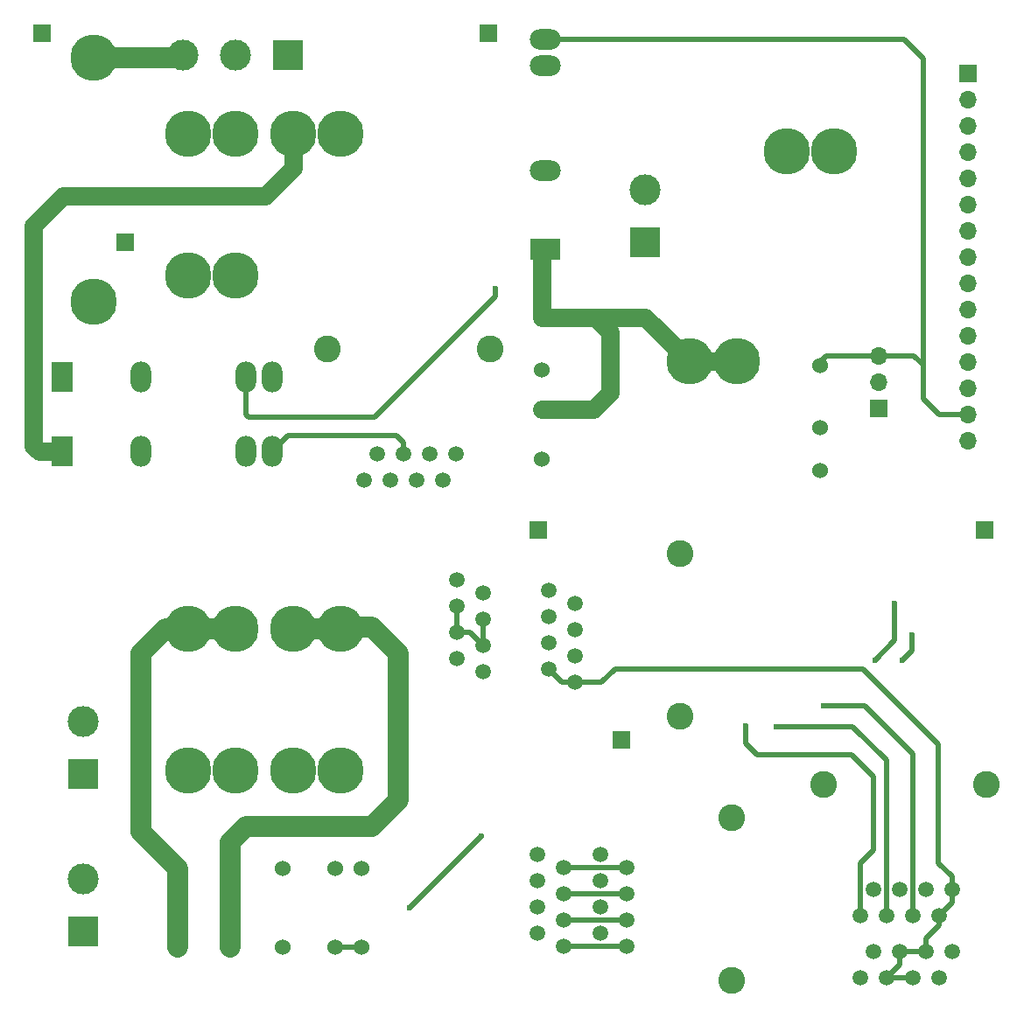
<source format=gbl>
G04 #@! TF.FileFunction,Copper,L2,Bot,Signal*
%FSLAX46Y46*%
G04 Gerber Fmt 4.6, Leading zero omitted, Abs format (unit mm)*
G04 Created by KiCad (PCBNEW 4.0.7) date 05/06/18 13:24:53*
%MOMM*%
%LPD*%
G01*
G04 APERTURE LIST*
%ADD10C,0.100000*%
%ADD11C,1.500000*%
%ADD12R,3.000000X3.000000*%
%ADD13C,3.000000*%
%ADD14R,1.700000X1.700000*%
%ADD15O,1.700000X1.700000*%
%ADD16C,2.600000*%
%ADD17R,2.000000X3.000000*%
%ADD18O,2.000000X3.000000*%
%ADD19R,3.000000X2.000000*%
%ADD20O,3.000000X2.000000*%
%ADD21C,1.524000*%
%ADD22C,4.500880*%
%ADD23C,0.600000*%
%ADD24C,2.000000*%
%ADD25C,0.500000*%
%ADD26C,1.800000*%
G04 APERTURE END LIST*
D10*
D11*
X84963000Y-133540500D03*
X84963000Y-131000500D03*
X84963000Y-128460500D03*
X84963000Y-125920500D03*
X87503000Y-134810500D03*
X87503000Y-132270500D03*
X87503000Y-129730500D03*
X87503000Y-127190500D03*
D12*
X48768000Y-144780000D03*
D13*
X48768000Y-139700000D03*
D12*
X48768000Y-160020000D03*
D13*
X48768000Y-154940000D03*
D14*
X125730000Y-109347000D03*
D15*
X125730000Y-106807000D03*
X125730000Y-104267000D03*
D14*
X134366000Y-76962000D03*
D15*
X134366000Y-79502000D03*
X134366000Y-82042000D03*
X134366000Y-84582000D03*
X134366000Y-87122000D03*
X134366000Y-89662000D03*
X134366000Y-92202000D03*
X134366000Y-94742000D03*
X134366000Y-97282000D03*
X134366000Y-99822000D03*
X134366000Y-102362000D03*
X134366000Y-104902000D03*
X134366000Y-107442000D03*
X134366000Y-109982000D03*
X134366000Y-112522000D03*
D12*
X103124000Y-93281500D03*
D13*
X103124000Y-88201500D03*
D11*
X77216000Y-113792000D03*
X79756000Y-113792000D03*
X82296000Y-113792000D03*
X84836000Y-113792000D03*
X75946000Y-116332000D03*
X78486000Y-116332000D03*
X81026000Y-116332000D03*
X83566000Y-116332000D03*
D16*
X88138000Y-103632000D03*
X72390000Y-103632000D03*
D12*
X68580000Y-75184000D03*
D13*
X63500000Y-75184000D03*
X58420000Y-75184000D03*
D12*
X48768000Y-160020000D03*
D13*
X48768000Y-154940000D03*
D11*
X125222000Y-155892500D03*
X127762000Y-155892500D03*
X130302000Y-155892500D03*
X132842000Y-155892500D03*
X123952000Y-158432500D03*
X126492000Y-158432500D03*
X129032000Y-158432500D03*
X131572000Y-158432500D03*
D16*
X136144000Y-145732500D03*
X120396000Y-145732500D03*
D17*
X46736000Y-106299000D03*
D18*
X54356000Y-106299000D03*
X64516000Y-106299000D03*
X67056000Y-106299000D03*
D17*
X46736000Y-113538000D03*
D18*
X54356000Y-113538000D03*
X64516000Y-113538000D03*
X67056000Y-113538000D03*
D19*
X93472000Y-93980000D03*
D20*
X93472000Y-86360000D03*
X93472000Y-76200000D03*
X93472000Y-73660000D03*
D21*
X120078500Y-111188500D03*
X93154500Y-114236500D03*
X93154500Y-109410500D03*
X93154500Y-100520500D03*
X93154500Y-105600500D03*
X120078500Y-115379500D03*
X120078500Y-105219500D03*
D22*
X69088000Y-144399000D03*
X116840000Y-84455000D03*
X73660000Y-144399000D03*
X107442000Y-104775000D03*
X121412000Y-84455000D03*
X63500000Y-144399000D03*
X58928000Y-144399000D03*
X69088000Y-130683000D03*
X73660000Y-130683000D03*
X63500000Y-130683000D03*
X58928000Y-130683000D03*
X73660000Y-82804000D03*
X63500000Y-82804000D03*
X112014000Y-104775000D03*
X69088000Y-82804000D03*
X58928000Y-82804000D03*
X63500000Y-96520000D03*
X58928000Y-96520000D03*
X49784000Y-75438000D03*
X49784000Y-99060000D03*
X69088000Y-144399000D03*
X73660000Y-144399000D03*
X63500000Y-144399000D03*
X58928000Y-144399000D03*
X69088000Y-130683000D03*
X73660000Y-130683000D03*
X63500000Y-130683000D03*
X58928000Y-130683000D03*
X58928000Y-82804000D03*
X58928000Y-82804000D03*
D14*
X44831000Y-73025000D03*
X88011000Y-73025000D03*
X52895500Y-93281500D03*
D22*
X58928000Y-82804000D03*
D11*
X96393000Y-128270000D03*
X96393000Y-130810000D03*
X96393000Y-133350000D03*
X96393000Y-135890000D03*
X93853000Y-127000000D03*
X93853000Y-129540000D03*
X93853000Y-132080000D03*
X93853000Y-134620000D03*
D16*
X106553000Y-139192000D03*
X106553000Y-123444000D03*
D14*
X100901500Y-141414500D03*
X136017000Y-121158000D03*
X92837000Y-121158000D03*
D11*
X125222000Y-161925000D03*
X127762000Y-161925000D03*
X130302000Y-161925000D03*
X132842000Y-161925000D03*
X123952000Y-164465000D03*
X126492000Y-164465000D03*
X129032000Y-164465000D03*
X131572000Y-164465000D03*
X101346000Y-153797000D03*
X101346000Y-156337000D03*
X101346000Y-158877000D03*
X101346000Y-161417000D03*
X98806000Y-152527000D03*
X98806000Y-155067000D03*
X98806000Y-157607000D03*
X98806000Y-160147000D03*
D16*
X111506000Y-164719000D03*
X111506000Y-148971000D03*
D11*
X95250000Y-153797000D03*
X95250000Y-156337000D03*
X95250000Y-158877000D03*
X95250000Y-161417000D03*
X92710000Y-152527000D03*
X92710000Y-155067000D03*
X92710000Y-157607000D03*
X92710000Y-160147000D03*
D21*
X75692000Y-161480500D03*
X73152000Y-161480500D03*
X68072000Y-161480500D03*
X62992000Y-161480500D03*
X57912000Y-161480500D03*
X75692000Y-153860500D03*
X73152000Y-153860500D03*
X68072000Y-153860500D03*
X62992000Y-153860500D03*
X57912000Y-153860500D03*
D23*
X88646000Y-97790000D03*
X87312500Y-150749000D03*
X80391000Y-157670500D03*
X125412500Y-133731000D03*
X127317500Y-128270000D03*
X128968500Y-131254500D03*
X128016000Y-133731000D03*
X112903000Y-140081000D03*
X115824000Y-140144500D03*
X120459500Y-138176000D03*
D24*
X49784000Y-75438000D02*
X58166000Y-75438000D01*
X58166000Y-75438000D02*
X58420000Y-75184000D01*
D25*
X79756000Y-113792000D02*
X79756000Y-112649000D01*
X68580000Y-112014000D02*
X67056000Y-113538000D01*
X79121000Y-112014000D02*
X68580000Y-112014000D01*
X79756000Y-112649000D02*
X79121000Y-112014000D01*
D26*
X69088000Y-82804000D02*
X69088000Y-86106000D01*
X44577000Y-113538000D02*
X46736000Y-113538000D01*
X44005500Y-112966500D02*
X44577000Y-113538000D01*
X44005500Y-91630500D02*
X44005500Y-112966500D01*
X46863000Y-88773000D02*
X44005500Y-91630500D01*
X66421000Y-88773000D02*
X46863000Y-88773000D01*
X69088000Y-86106000D02*
X66421000Y-88773000D01*
X112014000Y-104775000D02*
X107442000Y-104775000D01*
X107442000Y-104775000D02*
X103187500Y-100520500D01*
X103187500Y-100520500D02*
X93154500Y-100520500D01*
X93154500Y-100520500D02*
X93154500Y-94297500D01*
X93154500Y-94297500D02*
X93472000Y-93980000D01*
X93154500Y-109410500D02*
X98171000Y-109410500D01*
X98298000Y-100520500D02*
X93154500Y-100520500D01*
X99758500Y-101981000D02*
X98298000Y-100520500D01*
X99758500Y-107823000D02*
X99758500Y-101981000D01*
X98171000Y-109410500D02*
X99758500Y-107823000D01*
D25*
X130048000Y-105473500D02*
X130048000Y-75501500D01*
X128206500Y-73660000D02*
X93472000Y-73660000D01*
X130048000Y-75501500D02*
X128206500Y-73660000D01*
X120078500Y-105219500D02*
X120078500Y-104902000D01*
X120078500Y-104902000D02*
X120713500Y-104267000D01*
X120713500Y-104267000D02*
X125730000Y-104267000D01*
X134366000Y-109982000D02*
X131572000Y-109982000D01*
X129159000Y-104267000D02*
X125730000Y-104267000D01*
X130048000Y-105156000D02*
X129159000Y-104267000D01*
X130048000Y-108458000D02*
X130048000Y-105473500D01*
X130048000Y-105473500D02*
X130048000Y-105156000D01*
X131572000Y-109982000D02*
X130048000Y-108458000D01*
X88646000Y-97790000D02*
X88646000Y-98552000D01*
X88646000Y-98552000D02*
X76962000Y-110236000D01*
X64516000Y-109982000D02*
X64516000Y-106299000D01*
X64770000Y-110236000D02*
X64516000Y-109982000D01*
X76962000Y-110236000D02*
X64770000Y-110236000D01*
X84963000Y-131000500D02*
X86233000Y-131000500D01*
X86233000Y-131000500D02*
X87503000Y-132270500D01*
X84963000Y-128460500D02*
X84963000Y-131000500D01*
X87503000Y-132270500D02*
X87503000Y-129730500D01*
X80391000Y-157670500D02*
X87312500Y-150749000D01*
D24*
X63500000Y-130683000D02*
X58928000Y-130683000D01*
X56769000Y-130683000D02*
X58928000Y-130683000D01*
X54356000Y-133096000D02*
X56769000Y-130683000D01*
X54356000Y-150368000D02*
X54356000Y-133096000D01*
X54864000Y-150876000D02*
X54356000Y-150368000D01*
X54864000Y-150876000D02*
X54356000Y-150368000D01*
X54356000Y-150368000D02*
X54356000Y-133096000D01*
X54356000Y-133096000D02*
X56769000Y-130683000D01*
X56769000Y-130683000D02*
X58928000Y-130683000D01*
X63500000Y-130683000D02*
X58928000Y-130683000D01*
X57912000Y-153924000D02*
X54864000Y-150876000D01*
X57912000Y-161544000D02*
X57912000Y-153924000D01*
X57912000Y-161544000D02*
X57912000Y-153924000D01*
X57912000Y-153924000D02*
X54864000Y-150876000D01*
X62992000Y-161544000D02*
X62992000Y-153924000D01*
X62992000Y-151384000D02*
X64516000Y-149860000D01*
X62992000Y-153924000D02*
X62992000Y-151384000D01*
X62992000Y-153924000D02*
X62992000Y-151384000D01*
X62992000Y-151384000D02*
X64516000Y-149860000D01*
X64516000Y-149860000D02*
X76708000Y-149860000D01*
X64516000Y-149860000D02*
X76708000Y-149860000D01*
X76708000Y-149860000D02*
X79248000Y-147320000D01*
X76708000Y-149860000D02*
X79248000Y-147320000D01*
X79248000Y-147320000D02*
X79248000Y-135636000D01*
X79248000Y-147320000D02*
X79248000Y-135636000D01*
X79248000Y-133096000D02*
X79248000Y-135636000D01*
X79248000Y-133096000D02*
X79248000Y-135636000D01*
X76708000Y-130556000D02*
X79248000Y-133096000D01*
X76708000Y-130556000D02*
X79248000Y-133096000D01*
X73787000Y-130556000D02*
X76708000Y-130556000D01*
D26*
X73660000Y-130683000D02*
X69088000Y-130683000D01*
D24*
X69088000Y-130683000D02*
X73660000Y-130683000D01*
X73660000Y-130683000D02*
X73787000Y-130556000D01*
X73660000Y-130683000D02*
X73787000Y-130556000D01*
D25*
X132842000Y-155892500D02*
X132842000Y-157162500D01*
X132842000Y-157162500D02*
X131572000Y-158432500D01*
X96393000Y-135890000D02*
X95123000Y-135890000D01*
X95123000Y-135890000D02*
X93853000Y-134620000D01*
X131508500Y-143954500D02*
X131508500Y-141859000D01*
X132842000Y-154686000D02*
X131508500Y-153352500D01*
X131508500Y-143954500D02*
X131508500Y-153352500D01*
X132842000Y-155575000D02*
X132842000Y-154686000D01*
X98933000Y-135890000D02*
X96393000Y-135890000D01*
X100266500Y-134556500D02*
X98933000Y-135890000D01*
X124206000Y-134556500D02*
X100266500Y-134556500D01*
X131508500Y-141859000D02*
X124206000Y-134556500D01*
X131572000Y-158115000D02*
X131572000Y-159385000D01*
X130302000Y-160655000D02*
X130302000Y-161925000D01*
X131572000Y-159385000D02*
X130302000Y-160655000D01*
X126492000Y-164465000D02*
X129032000Y-164465000D01*
X127762000Y-161925000D02*
X127762000Y-163195000D01*
X127762000Y-163195000D02*
X126492000Y-164465000D01*
X130302000Y-161925000D02*
X127762000Y-161925000D01*
X130302000Y-161353500D02*
X130302000Y-161925000D01*
X125412500Y-133731000D02*
X127317500Y-131826000D01*
X127317500Y-131826000D02*
X127317500Y-128270000D01*
X128968500Y-132778500D02*
X128968500Y-131254500D01*
X128016000Y-133731000D02*
X128968500Y-132778500D01*
X123952000Y-158432500D02*
X123952000Y-153352500D01*
X112903000Y-141795500D02*
X112903000Y-140081000D01*
X113982500Y-142875000D02*
X112903000Y-141795500D01*
X123126500Y-142875000D02*
X113982500Y-142875000D01*
X125222000Y-144970500D02*
X123126500Y-142875000D01*
X125222000Y-152082500D02*
X125222000Y-144970500D01*
X123952000Y-153352500D02*
X125222000Y-152082500D01*
X123952000Y-158432500D02*
X123952000Y-158178500D01*
X126492000Y-158432500D02*
X126492000Y-143383000D01*
X126492000Y-143383000D02*
X123253500Y-140144500D01*
X123253500Y-140144500D02*
X115824000Y-140144500D01*
X129032000Y-158432500D02*
X129032000Y-142811500D01*
X124396500Y-138176000D02*
X120459500Y-138176000D01*
X129032000Y-142811500D02*
X124396500Y-138176000D01*
X101346000Y-153797000D02*
X95250000Y-153797000D01*
X95250000Y-156337000D02*
X101346000Y-156337000D01*
X101346000Y-158877000D02*
X95250000Y-158877000D01*
X95250000Y-161417000D02*
X101346000Y-161417000D01*
X75692000Y-161544000D02*
X73152000Y-161544000D01*
M02*

</source>
